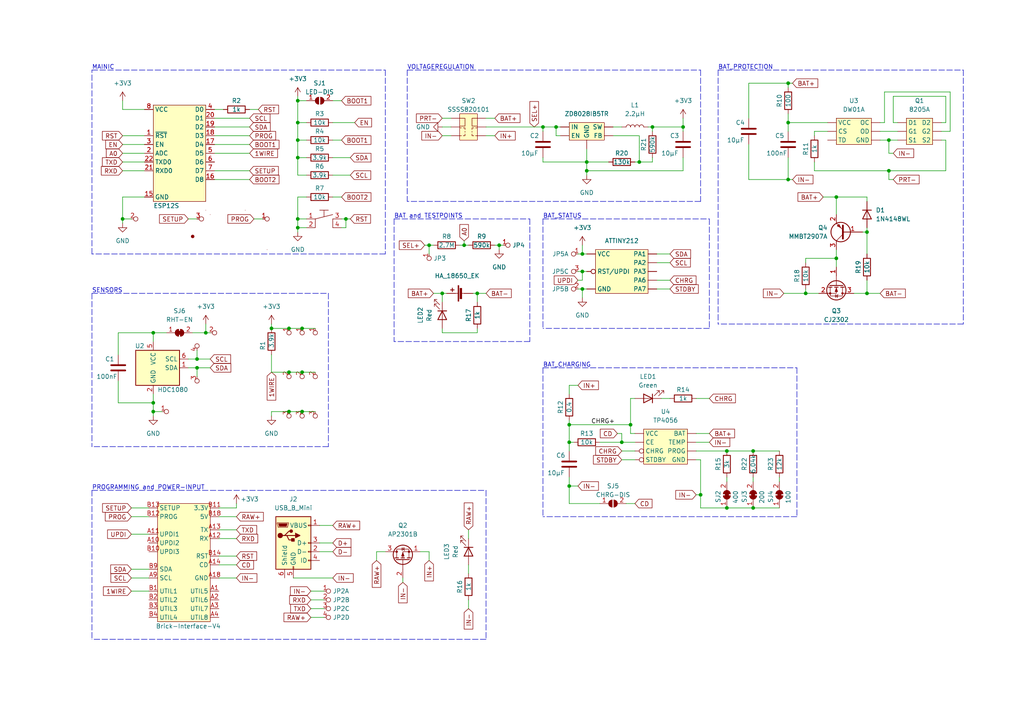
<source format=kicad_sch>
(kicad_sch (version 20211123) (generator eeschema)
  (paper "A4")
  (junction (at 165.1 128.27))
  (junction (at 87.63 119.38))
  (junction (at 168.91 73.66))
  (junction (at 161.29 36.83))
  (junction (at 100.33 63.5))
  (junction (at 83.82 119.38))
  (junction (at 86.36 45.72))
  (junction (at 86.36 63.5))
  (junction (at 86.36 66.04))
  (junction (at 198.12 36.83))
  (junction (at 242.57 57.15))
  (junction (at 57.15 104.14))
  (junction (at 168.91 83.82))
  (junction (at 228.6 35.56))
  (junction (at 228.6 52.07))
  (junction (at 134.62 71.12))
  (junction (at 59.69 96.52))
  (junction (at 138.43 85.09))
  (junction (at 86.36 29.21))
  (junction (at 44.45 116.84))
  (junction (at 86.36 40.64))
  (junction (at 35.56 63.5))
  (junction (at 87.63 95.25))
  (junction (at 86.36 35.56))
  (junction (at 257.81 49.53))
  (junction (at 165.1 123.19))
  (junction (at 157.48 36.83))
  (junction (at 228.6 24.13))
  (junction (at 170.18 49.53))
  (junction (at 210.82 130.81))
  (junction (at 210.82 147.32))
  (junction (at 251.46 85.09))
  (junction (at 189.23 36.83))
  (junction (at 128.27 85.09))
  (junction (at 233.68 85.09))
  (junction (at 44.45 96.52))
  (junction (at 78.74 95.25))
  (junction (at 168.91 78.74))
  (junction (at 242.57 74.93))
  (junction (at 218.44 130.81))
  (junction (at 57.15 106.68))
  (junction (at 170.18 46.99))
  (junction (at 44.45 119.38))
  (junction (at 144.78 71.12))
  (junction (at 165.1 140.97))
  (junction (at 251.46 67.31))
  (junction (at 203.2 143.51))
  (junction (at 218.44 147.32))
  (junction (at 87.63 107.95))
  (junction (at 83.82 95.25))
  (junction (at 257.81 40.64))
  (junction (at 180.34 128.27))
  (junction (at 124.46 71.12))
  (junction (at 185.42 46.99))
  (junction (at 83.82 107.95))
  (junction (at 182.88 123.19))
  (wire (pts (xy 170.18 49.53) (xy 198.12 49.53)))
  (wire (pts (xy 190.5 83.82) (xy 194.31 83.82)))
  (wire (pts (xy 87.63 119.38) (xy 91.44 119.38)))
  (wire (pts (xy 180.34 130.81) (xy 184.15 130.81)))
  (wire (pts (xy 35.56 63.5) (xy 38.1 63.5)))
  (polyline (pts (xy 157.48 63.5) (xy 205.74 63.5)))
  (wire (pts (xy 35.56 64.77) (xy 35.56 63.5)))
  (wire (pts (xy 85.09 167.64) (xy 96.52 167.64)))
  (wire (pts (xy 90.17 171.45) (xy 93.98 171.45)))
  (wire (pts (xy 233.68 85.09) (xy 237.49 85.09)))
  (wire (pts (xy 182.88 125.73) (xy 182.88 123.19)))
  (wire (pts (xy 168.91 71.12) (xy 168.91 73.66)))
  (wire (pts (xy 63.5 149.86) (xy 68.58 149.86)))
  (wire (pts (xy 62.23 31.75) (xy 64.77 31.75)))
  (wire (pts (xy 189.23 36.83) (xy 189.23 38.1)))
  (wire (pts (xy 96.52 29.21) (xy 99.06 29.21)))
  (wire (pts (xy 35.56 39.37) (xy 41.91 39.37)))
  (polyline (pts (xy 157.48 63.5) (xy 157.48 95.25)))
  (wire (pts (xy 157.48 36.83) (xy 157.48 38.1)))
  (wire (pts (xy 184.15 46.99) (xy 185.42 46.99)))
  (wire (pts (xy 99.06 66.04) (xy 100.33 66.04)))
  (wire (pts (xy 256.54 26.67) (xy 275.59 26.67)))
  (wire (pts (xy 218.44 130.81) (xy 226.06 130.81)))
  (wire (pts (xy 170.18 43.18) (xy 170.18 46.99)))
  (polyline (pts (xy 111.76 73.66) (xy 26.67 73.66)))
  (wire (pts (xy 259.08 52.07) (xy 257.81 52.07)))
  (wire (pts (xy 86.36 29.21) (xy 88.9 29.21)))
  (wire (pts (xy 35.56 29.21) (xy 35.56 31.75)))
  (wire (pts (xy 44.45 120.65) (xy 44.45 119.38)))
  (wire (pts (xy 251.46 67.31) (xy 251.46 66.04)))
  (wire (pts (xy 63.5 156.21) (xy 68.58 156.21)))
  (wire (pts (xy 198.12 38.1) (xy 198.12 36.83)))
  (wire (pts (xy 78.74 102.87) (xy 78.74 107.95)))
  (wire (pts (xy 44.45 116.84) (xy 34.29 116.84)))
  (wire (pts (xy 157.48 46.99) (xy 170.18 46.99)))
  (wire (pts (xy 83.82 119.38) (xy 78.74 119.38)))
  (wire (pts (xy 86.36 35.56) (xy 86.36 29.21)))
  (wire (pts (xy 78.74 107.95) (xy 83.82 107.95)))
  (wire (pts (xy 88.9 35.56) (xy 86.36 35.56)))
  (wire (pts (xy 125.73 85.09) (xy 128.27 85.09)))
  (wire (pts (xy 168.91 73.66) (xy 170.18 73.66)))
  (wire (pts (xy 218.44 147.32) (xy 226.06 147.32)))
  (wire (pts (xy 35.56 49.53) (xy 41.91 49.53)))
  (polyline (pts (xy 157.48 106.68) (xy 231.14 106.68)))
  (wire (pts (xy 72.39 31.75) (xy 74.93 31.75)))
  (wire (pts (xy 124.46 160.02) (xy 124.46 162.56)))
  (wire (pts (xy 203.2 147.32) (xy 210.82 147.32)))
  (wire (pts (xy 88.9 40.64) (xy 86.36 40.64)))
  (wire (pts (xy 121.92 160.02) (xy 124.46 160.02)))
  (wire (pts (xy 165.1 146.05) (xy 165.1 140.97)))
  (wire (pts (xy 217.17 52.07) (xy 228.6 52.07)))
  (wire (pts (xy 88.9 50.8) (xy 86.36 50.8)))
  (wire (pts (xy 78.74 119.38) (xy 78.74 120.65)))
  (wire (pts (xy 34.29 110.49) (xy 34.29 116.84)))
  (wire (pts (xy 227.33 85.09) (xy 233.68 85.09)))
  (wire (pts (xy 62.23 52.07) (xy 72.39 52.07)))
  (wire (pts (xy 161.29 36.83) (xy 162.56 36.83)))
  (wire (pts (xy 236.22 38.1) (xy 236.22 39.37)))
  (wire (pts (xy 57.15 101.6) (xy 57.15 104.14)))
  (wire (pts (xy 35.56 63.5) (xy 35.56 57.15)))
  (wire (pts (xy 92.71 157.48) (xy 96.52 157.48)))
  (wire (pts (xy 96.52 35.56) (xy 102.87 35.56)))
  (wire (pts (xy 201.93 133.35) (xy 203.2 133.35)))
  (wire (pts (xy 100.33 63.5) (xy 101.6 63.5)))
  (wire (pts (xy 78.74 93.98) (xy 78.74 95.25)))
  (wire (pts (xy 165.1 138.43) (xy 165.1 140.97)))
  (wire (pts (xy 255.27 40.64) (xy 257.81 40.64)))
  (wire (pts (xy 90.17 173.99) (xy 93.98 173.99)))
  (wire (pts (xy 190.5 81.28) (xy 194.31 81.28)))
  (wire (pts (xy 203.2 143.51) (xy 203.2 147.32)))
  (wire (pts (xy 251.46 81.28) (xy 251.46 85.09)))
  (polyline (pts (xy 203.2 58.42) (xy 118.11 58.42)))
  (wire (pts (xy 170.18 49.53) (xy 170.18 50.8)))
  (wire (pts (xy 92.71 152.4) (xy 96.52 152.4)))
  (wire (pts (xy 63.5 163.83) (xy 68.58 163.83)))
  (wire (pts (xy 123.19 71.12) (xy 124.46 71.12)))
  (wire (pts (xy 44.45 96.52) (xy 48.26 96.52)))
  (wire (pts (xy 63.5 167.64) (xy 68.58 167.64)))
  (wire (pts (xy 233.68 74.93) (xy 242.57 74.93)))
  (polyline (pts (xy 208.28 20.32) (xy 208.28 93.98)))
  (wire (pts (xy 86.36 57.15) (xy 86.36 63.5)))
  (wire (pts (xy 41.91 31.75) (xy 35.56 31.75)))
  (wire (pts (xy 201.93 130.81) (xy 210.82 130.81)))
  (wire (pts (xy 59.69 96.52) (xy 60.96 96.52)))
  (wire (pts (xy 44.45 96.52) (xy 34.29 96.52)))
  (wire (pts (xy 87.63 95.25) (xy 91.44 95.25)))
  (polyline (pts (xy 208.28 20.32) (xy 279.4 20.32)))
  (wire (pts (xy 138.43 85.09) (xy 140.97 85.09)))
  (wire (pts (xy 134.62 71.12) (xy 135.89 71.12)))
  (wire (pts (xy 255.27 35.56) (xy 256.54 35.56)))
  (wire (pts (xy 96.52 57.15) (xy 99.06 57.15)))
  (polyline (pts (xy 95.25 85.09) (xy 95.25 129.54)))
  (wire (pts (xy 185.42 46.99) (xy 189.23 46.99)))
  (wire (pts (xy 62.23 49.53) (xy 72.39 49.53)))
  (wire (pts (xy 86.36 50.8) (xy 86.36 45.72)))
  (wire (pts (xy 62.23 41.91) (xy 72.39 41.91)))
  (polyline (pts (xy 111.76 20.32) (xy 111.76 73.66)))
  (wire (pts (xy 35.56 46.99) (xy 41.91 46.99)))
  (wire (pts (xy 180.34 125.73) (xy 180.34 128.27)))
  (wire (pts (xy 116.84 167.64) (xy 116.84 168.91)))
  (wire (pts (xy 184.15 115.57) (xy 182.88 115.57)))
  (wire (pts (xy 179.07 125.73) (xy 180.34 125.73)))
  (wire (pts (xy 86.36 40.64) (xy 86.36 35.56)))
  (wire (pts (xy 90.17 179.07) (xy 93.98 179.07)))
  (wire (pts (xy 251.46 58.42) (xy 251.46 57.15)))
  (wire (pts (xy 35.56 44.45) (xy 41.91 44.45)))
  (polyline (pts (xy 26.67 20.32) (xy 111.76 20.32)))
  (wire (pts (xy 167.64 78.74) (xy 168.91 78.74)))
  (wire (pts (xy 140.97 36.83) (xy 157.48 36.83)))
  (wire (pts (xy 165.1 123.19) (xy 165.1 128.27)))
  (wire (pts (xy 233.68 83.82) (xy 233.68 85.09)))
  (wire (pts (xy 189.23 45.72) (xy 189.23 46.99)))
  (wire (pts (xy 144.78 71.12) (xy 144.78 72.39)))
  (wire (pts (xy 191.77 115.57) (xy 194.31 115.57)))
  (wire (pts (xy 182.88 115.57) (xy 182.88 123.19)))
  (wire (pts (xy 83.82 119.38) (xy 87.63 119.38)))
  (wire (pts (xy 226.06 138.43) (xy 226.06 139.7)))
  (polyline (pts (xy 26.67 85.09) (xy 26.67 129.54)))
  (wire (pts (xy 168.91 86.36) (xy 168.91 83.82)))
  (wire (pts (xy 229.87 24.13) (xy 228.6 24.13)))
  (wire (pts (xy 273.05 38.1) (xy 275.59 38.1)))
  (wire (pts (xy 54.61 63.5) (xy 57.15 63.5)))
  (wire (pts (xy 255.27 38.1) (xy 260.35 38.1)))
  (wire (pts (xy 62.23 39.37) (xy 72.39 39.37)))
  (wire (pts (xy 54.61 106.68) (xy 57.15 106.68)))
  (wire (pts (xy 62.23 44.45) (xy 72.39 44.45)))
  (wire (pts (xy 260.35 35.56) (xy 259.08 35.56)))
  (wire (pts (xy 38.1 167.64) (xy 43.18 167.64)))
  (wire (pts (xy 177.8 39.37) (xy 185.42 39.37)))
  (wire (pts (xy 128.27 34.29) (xy 130.81 34.29)))
  (wire (pts (xy 128.27 36.83) (xy 130.81 36.83)))
  (wire (pts (xy 162.56 39.37) (xy 161.29 39.37)))
  (wire (pts (xy 62.23 34.29) (xy 72.39 34.29)))
  (wire (pts (xy 38.1 154.94) (xy 43.18 154.94)))
  (wire (pts (xy 90.17 176.53) (xy 93.98 176.53)))
  (wire (pts (xy 86.36 63.5) (xy 88.9 63.5)))
  (wire (pts (xy 210.82 138.43) (xy 210.82 139.7)))
  (wire (pts (xy 238.76 57.15) (xy 242.57 57.15)))
  (wire (pts (xy 143.51 71.12) (xy 144.78 71.12)))
  (polyline (pts (xy 231.14 149.86) (xy 157.48 149.86)))
  (wire (pts (xy 242.57 57.15) (xy 251.46 57.15)))
  (wire (pts (xy 137.16 85.09) (xy 138.43 85.09)))
  (polyline (pts (xy 118.11 20.32) (xy 203.2 20.32)))
  (polyline (pts (xy 26.67 85.09) (xy 95.25 85.09)))
  (wire (pts (xy 86.36 66.04) (xy 88.9 66.04)))
  (wire (pts (xy 233.68 76.2) (xy 233.68 74.93)))
  (wire (pts (xy 165.1 121.92) (xy 165.1 123.19)))
  (wire (pts (xy 218.44 138.43) (xy 218.44 139.7)))
  (wire (pts (xy 259.08 27.94) (xy 274.32 27.94)))
  (wire (pts (xy 109.22 160.02) (xy 109.22 162.56)))
  (wire (pts (xy 203.2 133.35) (xy 203.2 143.51)))
  (wire (pts (xy 228.6 52.07) (xy 229.87 52.07)))
  (wire (pts (xy 274.32 49.53) (xy 257.81 49.53)))
  (wire (pts (xy 44.45 119.38) (xy 44.45 116.84)))
  (wire (pts (xy 88.9 45.72) (xy 86.36 45.72)))
  (polyline (pts (xy 153.67 63.5) (xy 153.67 99.06)))
  (wire (pts (xy 274.32 40.64) (xy 274.32 49.53)))
  (wire (pts (xy 57.15 104.14) (xy 60.96 104.14)))
  (wire (pts (xy 44.45 114.3) (xy 44.45 116.84)))
  (wire (pts (xy 96.52 45.72) (xy 101.6 45.72)))
  (wire (pts (xy 189.23 36.83) (xy 198.12 36.83)))
  (wire (pts (xy 198.12 34.29) (xy 198.12 36.83)))
  (wire (pts (xy 259.08 35.56) (xy 259.08 27.94)))
  (wire (pts (xy 182.88 123.19) (xy 165.1 123.19)))
  (wire (pts (xy 168.91 78.74) (xy 170.18 78.74)))
  (wire (pts (xy 128.27 39.37) (xy 130.81 39.37)))
  (wire (pts (xy 242.57 74.93) (xy 242.57 77.47)))
  (wire (pts (xy 201.93 125.73) (xy 205.74 125.73)))
  (wire (pts (xy 201.93 143.51) (xy 203.2 143.51)))
  (wire (pts (xy 166.37 128.27) (xy 165.1 128.27)))
  (wire (pts (xy 168.91 83.82) (xy 170.18 83.82)))
  (wire (pts (xy 190.5 76.2) (xy 194.31 76.2)))
  (wire (pts (xy 63.5 153.67) (xy 68.58 153.67)))
  (polyline (pts (xy 205.74 63.5) (xy 205.74 95.25)))
  (wire (pts (xy 217.17 34.29) (xy 217.17 24.13)))
  (wire (pts (xy 201.93 128.27) (xy 205.74 128.27)))
  (wire (pts (xy 34.29 96.52) (xy 34.29 102.87)))
  (polyline (pts (xy 157.48 106.68) (xy 157.48 149.86)))
  (wire (pts (xy 257.81 40.64) (xy 257.81 44.45)))
  (wire (pts (xy 96.52 50.8) (xy 101.6 50.8)))
  (wire (pts (xy 44.45 99.06) (xy 44.45 96.52)))
  (wire (pts (xy 228.6 45.72) (xy 228.6 52.07)))
  (wire (pts (xy 240.03 38.1) (xy 236.22 38.1)))
  (wire (pts (xy 140.97 34.29) (xy 143.51 34.29)))
  (wire (pts (xy 165.1 140.97) (xy 167.64 140.97)))
  (wire (pts (xy 88.9 57.15) (xy 86.36 57.15)))
  (wire (pts (xy 240.03 35.56) (xy 228.6 35.56)))
  (wire (pts (xy 83.82 107.95) (xy 87.63 107.95)))
  (wire (pts (xy 181.61 146.05) (xy 184.15 146.05)))
  (wire (pts (xy 275.59 38.1) (xy 275.59 26.67)))
  (wire (pts (xy 228.6 35.56) (xy 228.6 38.1)))
  (wire (pts (xy 138.43 96.52) (xy 128.27 96.52)))
  (wire (pts (xy 62.23 36.83) (xy 72.39 36.83)))
  (wire (pts (xy 242.57 57.15) (xy 242.57 62.23)))
  (polyline (pts (xy 205.74 95.25) (xy 157.48 95.25)))
  (wire (pts (xy 87.63 107.95) (xy 91.44 107.95)))
  (wire (pts (xy 54.61 104.14) (xy 57.15 104.14)))
  (wire (pts (xy 165.1 111.76) (xy 165.1 114.3)))
  (wire (pts (xy 86.36 29.21) (xy 86.36 27.94)))
  (wire (pts (xy 128.27 95.25) (xy 128.27 96.52)))
  (wire (pts (xy 44.45 119.38) (xy 46.99 119.38)))
  (wire (pts (xy 167.64 111.76) (xy 165.1 111.76)))
  (wire (pts (xy 100.33 63.5) (xy 100.33 66.04)))
  (wire (pts (xy 161.29 36.83) (xy 161.29 39.37)))
  (wire (pts (xy 68.58 146.05) (xy 68.58 147.32)))
  (wire (pts (xy 92.71 160.02) (xy 96.52 160.02)))
  (polyline (pts (xy 153.67 99.06) (xy 114.3 99.06)))
  (wire (pts (xy 57.15 106.68) (xy 60.96 106.68)))
  (wire (pts (xy 177.8 36.83) (xy 180.34 36.83)))
  (wire (pts (xy 165.1 128.27) (xy 165.1 130.81)))
  (wire (pts (xy 217.17 24.13) (xy 228.6 24.13)))
  (wire (pts (xy 157.48 36.83) (xy 161.29 36.83)))
  (wire (pts (xy 184.15 125.73) (xy 182.88 125.73)))
  (polyline (pts (xy 114.3 63.5) (xy 153.67 63.5)))
  (wire (pts (xy 128.27 85.09) (xy 129.54 85.09)))
  (wire (pts (xy 144.78 71.12) (xy 146.05 71.12)))
  (wire (pts (xy 210.82 130.81) (xy 218.44 130.81)))
  (wire (pts (xy 180.34 133.35) (xy 184.15 133.35)))
  (wire (pts (xy 135.89 163.83) (xy 135.89 166.37)))
  (wire (pts (xy 35.56 41.91) (xy 41.91 41.91)))
  (wire (pts (xy 236.22 46.99) (xy 236.22 49.53)))
  (wire (pts (xy 99.06 63.5) (xy 100.33 63.5)))
  (wire (pts (xy 124.46 71.12) (xy 124.46 73.66)))
  (wire (pts (xy 63.5 161.29) (xy 68.58 161.29)))
  (polyline (pts (xy 279.4 93.98) (xy 208.28 93.98)))
  (wire (pts (xy 257.81 40.64) (xy 260.35 40.64)))
  (wire (pts (xy 170.18 46.99) (xy 170.18 49.53)))
  (wire (pts (xy 86.36 45.72) (xy 86.36 40.64)))
  (wire (pts (xy 242.57 72.39) (xy 242.57 74.93)))
  (wire (pts (xy 38.1 171.45) (xy 43.18 171.45)))
  (wire (pts (xy 38.1 149.86) (xy 43.18 149.86)))
  (wire (pts (xy 251.46 85.09) (xy 255.27 85.09)))
  (wire (pts (xy 273.05 40.64) (xy 274.32 40.64)))
  (wire (pts (xy 38.1 147.32) (xy 43.18 147.32)))
  (wire (pts (xy 198.12 45.72) (xy 198.12 49.53)))
  (wire (pts (xy 86.36 63.5) (xy 86.36 66.04)))
  (wire (pts (xy 187.96 36.83) (xy 189.23 36.83)))
  (wire (pts (xy 228.6 35.56) (xy 228.6 33.02)))
  (wire (pts (xy 86.36 66.04) (xy 86.36 67.31)))
  (polyline (pts (xy 26.67 73.66) (xy 26.67 20.32)))
  (wire (pts (xy 38.1 165.1) (xy 43.18 165.1)))
  (wire (pts (xy 63.5 147.32) (xy 68.58 147.32)))
  (polyline (pts (xy 118.11 20.32) (xy 118.11 58.42)))
  (wire (pts (xy 59.69 93.98) (xy 59.69 96.52)))
  (wire (pts (xy 78.74 95.25) (xy 83.82 95.25)))
  (polyline (pts (xy 114.3 63.5) (xy 114.3 99.06)))
  (wire (pts (xy 256.54 26.67) (xy 256.54 35.56)))
  (wire (pts (xy 138.43 85.09) (xy 138.43 87.63)))
  (wire (pts (xy 134.62 69.85) (xy 134.62 71.12)))
  (wire (pts (xy 167.64 73.66) (xy 168.91 73.66)))
  (wire (pts (xy 57.15 106.68) (xy 57.15 109.22)))
  (polyline (pts (xy 140.97 142.24) (xy 140.97 185.42)))
  (wire (pts (xy 257.81 49.53) (xy 236.22 49.53)))
  (polyline (pts (xy 26.67 142.24) (xy 140.97 142.24)))
  (wire (pts (xy 83.82 95.25) (xy 87.63 95.25)))
  (wire (pts (xy 217.17 41.91) (xy 217.17 52.07)))
  (wire (pts (xy 173.99 128.27) (xy 180.34 128.27)))
  (wire (pts (xy 185.42 39.37) (xy 185.42 46.99)))
  (wire (pts (xy 274.32 27.94) (xy 274.32 35.56)))
  (wire (pts (xy 201.93 115.57) (xy 205.74 115.57)))
  (wire (pts (xy 157.48 45.72) (xy 157.48 46.99)))
  (wire (pts (xy 228.6 24.13) (xy 228.6 25.4)))
  (polyline (pts (xy 231.14 106.68) (xy 231.14 149.86)))
  (wire (pts (xy 251.46 67.31) (xy 251.46 73.66)))
  (wire (pts (xy 96.52 40.64) (xy 99.06 40.64)))
  (wire (pts (xy 135.89 153.67) (xy 135.89 156.21)))
  (wire (pts (xy 273.05 35.56) (xy 274.32 35.56)))
  (polyline (pts (xy 140.97 185.42) (xy 26.67 185.42)))
  (wire (pts (xy 35.56 57.15) (xy 41.91 57.15)))
  (wire (pts (xy 140.97 39.37) (xy 143.51 39.37)))
  (wire (pts (xy 133.35 71.12) (xy 134.62 71.12)))
  (wire (pts (xy 167.64 81.28) (xy 168.91 81.28)))
  (wire (pts (xy 250.19 67.31) (xy 251.46 67.31)))
  (polyline (pts (xy 95.25 129.54) (xy 26.67 129.54)))
  (polyline (pts (xy 203.2 20.32) (xy 203.2 58.42)))
  (wire (pts (xy 124.46 71.12) (xy 125.73 71.12)))
  (wire (pts (xy 128.27 85.09) (xy 128.27 87.63)))
  (wire (pts (xy 190.5 73.66) (xy 194.31 73.66)))
  (wire (pts (xy 165.1 146.05) (xy 173.99 146.05)))
  (wire (pts (xy 257.81 49.53) (xy 257.81 52.07)))
  (wire (pts (xy 109.22 160.02) (xy 111.76 160.02)))
  (wire (pts (xy 259.08 44.45) (xy 257.81 44.45)))
  (polyline (pts (xy 26.67 142.24) (xy 26.67 185.42)))
  (wire (pts (xy 180.34 128.27) (xy 184.15 128.27)))
  (wire (pts (xy 210.82 147.32) (xy 218.44 147.32)))
  (wire (pts (xy 135.89 173.99) (xy 135.89 176.53)))
  (wire (pts (xy 73.66 63.5) (xy 76.2 63.5)))
  (wire (pts (xy 247.65 85.09) (xy 251.46 85.09)))
  (wire (pts (xy 168.91 78.74) (xy 168.91 81.28)))
  (wire (pts (xy 170.18 46.99) (xy 176.53 46.99)))
  (wire (pts (xy 59.69 96.52) (xy 55.88 96.52)))
  (wire (pts (xy 167.64 83.82) (xy 168.91 83.82)))
  (wire (pts (xy 138.43 95.25) (xy 138.43 96.52)))
  (polyline (pts (xy 279.4 20.32) (xy 279.4 93.98)))
  (text "BAT_STATUS" (at 157.48 63.5 0) (effects (font (size 1.27 1.27)) (justify left bottom)))
  (text "MAINIC" (at 26.67 20.32 0) (effects (font (size 1.27 1.27)) (justify left bottom)))
  (text "BAT_CHARGING" (at 157.48 106.68 0) (effects (font (size 1.27 1.27)) (justify left bottom)))
  (text "BAT and TESTPOINTS" (at 114.3 63.5 0) (effects (font (size 1.27 1.27)) (justify left bottom)))
  (text "SENSORS" (at 26.67 85.09 0) (effects (font (size 1.27 1.27)) (justify left bottom)))
  (text "VOLTAGEREGULATION" (at 118.11 20.32 0) (effects (font (size 1.27 1.27)) (justify left bottom)))
  (text "BAT_PROTECTION" (at 208.28 20.32 0) (effects (font (size 1.27 1.27)) (justify left bottom)))
  (text "PROGRAMMING and POWER-INPUT" (at 26.67 142.24 0) (effects (font (size 1.27 1.27)) (justify left bottom)))
  (label "CHRG+" (at 171.45 123.19 0))
  (global_label "RAW+" (shape input) (at 109.22 162.56 270) (property "Referenzen zwischen Schaltplänen" "${INTERSHEET_REFS}" (effects hide)))
  (global_label "PROG" (shape input) (at 72.39 39.37 0) (property "Referenzen zwischen Schaltplänen" "${INTERSHEET_REFS}" (effects hide)))
  (global_label "SETUP" (shape input) (at 54.61 63.5 180) (property "Referenzen zwischen Schaltplänen" "${INTERSHEET_REFS}" (effects hide)))
  (global_label "SCL" (shape input) (at 60.96 104.14 0) (property "Referenzen zwischen Schaltplänen" "${INTERSHEET_REFS}" (effects hide)))
  (global_label "CD" (shape input) (at 184.15 146.05 0) (property "Referenzen zwischen Schaltplänen" "${INTERSHEET_REFS}" (effects hide)))
  (global_label "SETUP" (shape input) (at 72.39 49.53 0) (property "Referenzen zwischen Schaltplänen" "${INTERSHEET_REFS}" (effects hide)))
  (global_label "CHRG" (shape input) (at 180.34 130.81 180) (property "Referenzen zwischen Schaltplänen" "${INTERSHEET_REFS}" (effects hide)))
  (global_label "SDA" (shape input) (at 101.6 45.72 0) (property "Referenzen zwischen Schaltplänen" "${INTERSHEET_REFS}" (effects hide)))
  (global_label "PRT-" (shape input) (at 128.27 34.29 180) (property "Referenzen zwischen Schaltplänen" "${INTERSHEET_REFS}" (effects hide)))
  (global_label "D-" (shape input) (at 96.52 160.02 0) (property "Referenzen zwischen Schaltplänen" "${INTERSHEET_REFS}" (effects hide)))
  (global_label "STDBY" (shape input) (at 180.34 133.35 180) (property "Referenzen zwischen Schaltplänen" "${INTERSHEET_REFS}" (effects hide)))
  (global_label "IN-" (shape input) (at 227.33 85.09 180) (property "Referenzen zwischen Schaltplänen" "${INTERSHEET_REFS}" (effects hide)))
  (global_label "IN-" (shape input) (at 135.89 176.53 270) (property "Referenzen zwischen Schaltplänen" "${INTERSHEET_REFS}" (effects hide)))
  (global_label "1WIRE" (shape input) (at 78.74 107.95 270) (property "Referenzen zwischen Schaltplänen" "${INTERSHEET_REFS}" (effects hide)))
  (global_label "RST" (shape input) (at 35.56 39.37 180) (property "Referenzen zwischen Schaltplänen" "${INTERSHEET_REFS}" (effects hide)))
  (global_label "BAT+" (shape input) (at 143.51 34.29 0) (property "Referenzen zwischen Schaltplänen" "${INTERSHEET_REFS}" (effects hide)))
  (global_label "SCL" (shape input) (at 101.6 50.8 0) (property "Referenzen zwischen Schaltplänen" "${INTERSHEET_REFS}" (effects hide)))
  (global_label "SCL" (shape input) (at 72.39 34.29 0) (property "Referenzen zwischen Schaltplänen" "${INTERSHEET_REFS}" (effects hide)))
  (global_label "SDA" (shape input) (at 60.96 106.68 0) (property "Referenzen zwischen Schaltplänen" "${INTERSHEET_REFS}" (effects hide)))
  (global_label "CD" (shape input) (at 68.58 163.83 0) (property "Referenzen zwischen Schaltplänen" "${INTERSHEET_REFS}" (effects hide)))
  (global_label "1WIRE" (shape input) (at 38.1 171.45 180) (property "Referenzen zwischen Schaltplänen" "${INTERSHEET_REFS}" (effects hide)))
  (global_label "BOOT1" (shape input) (at 99.06 29.21 0) (property "Referenzen zwischen Schaltplänen" "${INTERSHEET_REFS}" (effects hide)))
  (global_label "RST" (shape input) (at 74.93 31.75 0) (property "Referenzen zwischen Schaltplänen" "${INTERSHEET_REFS}" (effects hide)))
  (global_label "1WIRE" (shape input) (at 72.39 44.45 0) (property "Referenzen zwischen Schaltplänen" "${INTERSHEET_REFS}" (effects hide)))
  (global_label "SDA" (shape input) (at 194.31 73.66 0) (property "Referenzen zwischen Schaltplänen" "${INTERSHEET_REFS}" (effects hide)))
  (global_label "BAT+" (shape input) (at 125.73 85.09 180) (property "Referenzen zwischen Schaltplänen" "${INTERSHEET_REFS}" (effects hide)))
  (global_label "D+" (shape input) (at 96.52 157.48 0) (property "Referenzen zwischen Schaltplänen" "${INTERSHEET_REFS}" (effects hide)))
  (global_label "IN+" (shape input) (at 167.64 111.76 0) (property "Referenzen zwischen Schaltplänen" "${INTERSHEET_REFS}" (effects hide)))
  (global_label "IN-" (shape input) (at 116.84 168.91 270) (property "Referenzen zwischen Schaltplänen" "${INTERSHEET_REFS}" (effects hide)))
  (global_label "EN" (shape input) (at 102.87 35.56 0) (property "Referenzen zwischen Schaltplänen" "${INTERSHEET_REFS}" (effects hide)))
  (global_label "RST" (shape input) (at 101.6 63.5 0) (property "Referenzen zwischen Schaltplänen" "${INTERSHEET_REFS}" (effects hide)))
  (global_label "IN-" (shape input) (at 96.52 167.64 0) (property "Referenzen zwischen Schaltplänen" "${INTERSHEET_REFS}" (effects hide)))
  (global_label "A0" (shape input) (at 134.62 69.85 90) (property "Referenzen zwischen Schaltplänen" "${INTERSHEET_REFS}" (effects hide)))
  (global_label "TXD" (shape input) (at 35.56 46.99 180) (property "Referenzen zwischen Schaltplänen" "${INTERSHEET_REFS}" (effects hide)))
  (global_label "PROG" (shape input) (at 38.1 149.86 180) (property "Referenzen zwischen Schaltplänen" "${INTERSHEET_REFS}" (effects hide)))
  (global_label "BOOT2" (shape input) (at 72.39 52.07 0) (property "Referenzen zwischen Schaltplänen" "${INTERSHEET_REFS}" (effects hide)))
  (global_label "BOOT1" (shape input) (at 99.06 40.64 0) (property "Referenzen zwischen Schaltplänen" "${INTERSHEET_REFS}" (effects hide)))
  (global_label "IN-" (shape input) (at 201.93 143.51 180) (property "Referenzen zwischen Schaltplänen" "${INTERSHEET_REFS}" (effects hide)))
  (global_label "SEL+" (shape input) (at 154.94 36.83 90) (property "Referenzen zwischen Schaltplänen" "${INTERSHEET_REFS}" (effects hide)))
  (global_label "RAW+" (shape input) (at 96.52 152.4 0) (property "Referenzen zwischen Schaltplänen" "${INTERSHEET_REFS}" (effects hide)))
  (global_label "TXD" (shape input) (at 68.58 153.67 0) (property "Referenzen zwischen Schaltplänen" "${INTERSHEET_REFS}" (effects hide)))
  (global_label "BAT+" (shape input) (at 238.76 57.15 180) (property "Referenzen zwischen Schaltplänen" "${INTERSHEET_REFS}" (effects hide)))
  (global_label "BAT-" (shape input) (at 255.27 85.09 0) (property "Referenzen zwischen Schaltplänen" "${INTERSHEET_REFS}" (effects hide)))
  (global_label "SEL+" (shape input) (at 123.19 71.12 180) (property "Referenzen zwischen Schaltplänen" "${INTERSHEET_REFS}" (effects hide)))
  (global_label "A0" (shape input) (at 35.56 44.45 180) (property "Referenzen zwischen Schaltplänen" "${INTERSHEET_REFS}" (effects hide)))
  (global_label "IN+" (shape input) (at 124.46 162.56 270) (property "Referenzen zwischen Schaltplänen" "${INTERSHEET_REFS}" (effects hide)))
  (global_label "IN+" (shape input) (at 143.51 39.37 0) (property "Referenzen zwischen Schaltplänen" "${INTERSHEET_REFS}" (effects hide)))
  (global_label "RAW+" (shape input) (at 135.89 153.67 90) (property "Referenzen zwischen Schaltplänen" "${INTERSHEET_REFS}" (effects hide)))
  (global_label "RXD" (shape input) (at 35.56 49.53 180) (property "Referenzen zwischen Schaltplänen" "${INTERSHEET_REFS}" (effects hide)))
  (global_label "IN-" (shape input) (at 68.58 167.64 0) (property "Referenzen zwischen Schaltplänen" "${INTERSHEET_REFS}" (effects hide)))
  (global_label "BAT+" (shape input) (at 229.87 24.13 0) (property "Referenzen zwischen Schaltplänen" "${INTERSHEET_REFS}" (effects hide)))
  (global_label "IN-" (shape input) (at 90.17 171.45 180) (property "Referenzen zwischen Schaltplänen" "${INTERSHEET_REFS}" (effects hide)))
  (global_label "RAW+" (shape input) (at 68.58 149.86 0) (property "Referenzen zwischen Schaltplänen" "${INTERSHEET_REFS}" (effects hide)))
  (global_label "IN-" (shape input) (at 229.87 52.07 0) (property "Referenzen zwischen Schaltplänen" "${INTERSHEET_REFS}" (effects hide)))
  (global_label "PROG" (shape input) (at 73.66 63.5 180) (property "Referenzen zwischen Schaltplänen" "${INTERSHEET_REFS}" (effects hide)))
  (global_label "RXD" (shape input) (at 68.58 156.21 0) (property "Referenzen zwischen Schaltplänen" "${INTERSHEET_REFS}" (effects hide)))
  (global_label "BAT-" (shape input) (at 140.97 85.09 0) (property "Referenzen zwischen Schaltplänen" "${INTERSHEET_REFS}" (effects hide)))
  (global_label "SETUP" (shape input) (at 38.1 147.32 180) (property "Referenzen zwischen Schaltplänen" "${INTERSHEET_REFS}" (effects hide)))
  (global_label "IN-" (shape input) (at 128.27 39.37 180) (property "Referenzen zwischen Schaltplänen" "${INTERSHEET_REFS}" (effects hide)))
  (global_label "IN-" (shape input) (at 205.74 128.27 0) (property "Referenzen zwischen Schaltplänen" "${INTERSHEET_REFS}" (effects hide)))
  (global_label "UPDI" (shape input) (at 38.1 154.94 180) (property "Referenzen zwischen Schaltplänen" "${INTERSHEET_REFS}" (effects hide)))
  (global_label "CHRG" (shape input) (at 205.74 115.57 0) (property "Referenzen zwischen Schaltplänen" "${INTERSHEET_REFS}" (effects hide)))
  (global_label "CHRG" (shape input) (at 194.31 81.28 0) (property "Referenzen zwischen Schaltplänen" "${INTERSHEET_REFS}" (effects hide)))
  (global_label "EN" (shape input) (at 35.56 41.91 180) (property "Referenzen zwischen Schaltplänen" "${INTERSHEET_REFS}" (effects hide)))
  (global_label "CD" (shape input) (at 179.07 125.73 180) (property "Referenzen zwischen Schaltplänen" "${INTERSHEET_REFS}" (effects hide)))
  (global_label "SDA" (shape input) (at 38.1 165.1 180) (property "Referenzen zwischen Schaltplänen" "${INTERSHEET_REFS}" (effects hide)))
  (global_label "BOOT1" (shape input) (at 72.39 41.91 0) (property "Referenzen zwischen Schaltplänen" "${INTERSHEET_REFS}" (effects hide)))
  (global_label "PRT-" (shape input) (at 259.08 52.07 0) (property "Referenzen zwischen Schaltplänen" "${INTERSHEET_REFS}" (effects hide)))
  (global_label "RST" (shape input) (at 68.58 161.29 0) (property "Referenzen zwischen Schaltplänen" "${INTERSHEET_REFS}" (effects hide)))
  (global_label "RAW+" (shape input) (at 90.17 179.07 180) (property "Referenzen zwischen Schaltplänen" "${INTERSHEET_REFS}" (effects hide)))
  (global_label "UPDI" (shape input) (at 167.64 81.28 180) (property "Referenzen zwischen Schaltplänen" "${INTERSHEET_REFS}" (effects hide)))
  (global_label "SCL" (shape input) (at 194.31 76.2 0) (property "Referenzen zwischen Schaltplänen" "${INTERSHEET_REFS}" (effects hide)))
  (global_label "IN-" (shape input) (at 167.64 140.97 0) (property "Referenzen zwischen Schaltplänen" "${INTERSHEET_REFS}" (effects hide)))
  (global_label "IN-" (shape input) (at 259.08 44.45 0) (property "Referenzen zwischen Schaltplänen" "${INTERSHEET_REFS}" (effects hide)))
  (global_label "RXD" (shape input) (at 90.17 173.99 180) (property "Referenzen zwischen Schaltplänen" "${INTERSHEET_REFS}" (effects hide)))
  (global_label "BAT+" (shape input) (at 205.74 125.73 0) (property "Referenzen zwischen Schaltplänen" "${INTERSHEET_REFS}" (effects hide)))
  (global_label "TXD" (shape input) (at 90.17 176.53 180) (property "Referenzen zwischen Schaltplänen" "${INTERSHEET_REFS}" (effects hide)))
  (global_label "STDBY" (shape input) (at 194.31 83.82 0) (property "Referenzen zwischen Schaltplänen" "${INTERSHEET_REFS}" (effects hide)))
  (global_label "SDA" (shape input) (at 72.39 36.83 0) (property "Referenzen zwischen Schaltplänen" "${INTERSHEET_REFS}" (effects hide)))
  (global_label "BOOT2" (shape input) (at 99.06 57.15 0) (property "Referenzen zwischen Schaltplänen" "${INTERSHEET_REFS}" (effects hide)))
  (global_label "SCL" (shape input) (at 38.1 167.64 180) (property "Referenzen zwischen Schaltplänen" "${INTERSHEET_REFS}" (effects hide)))
  (symbol (lib_id "Device:R") (at 165.1 118.11 180) (unit 1)
    (property "Reference" "R12" (at 162.56 118.11 90))
    (property "Value" "0.4" (at 165.1 118.11 90))
    (property "Footprint" "Resistor_SMD:R_0805_2012Metric" (effects hide))
  )
  (symbol (lib_id "Jumper:SolderJumper_2_Bridged") (at 218.44 143.51 90) (unit 1)
    (property "Reference" "SJ3" (at 215.9 142.24 0) (effects (justify right)))
    (property "Value" "200" (at 220.98 142.24 0) (effects (justify right)))
    (property "Footprint" "Jumper:SolderJumper-2_P1.3mm_Bridged_RoundedPad1.0x1.5mm" (effects hide))
    (property "Reference" "SJ3" (effects hide))
    (property "Value" "200" (effects hide))
  )
  (symbol (lib_id "no_pinhd:PINHD_1X01") (at 124.46 74.93 270) (unit 1)
    (property "Reference" "JP3" (at 125.73 74.9299 90) (effects (justify left)))
    (property "Value" "PINHD_1X01" (effects hide))
    (property "Footprint" "no_pinhd:PINHD_1X01_2.54_1mm_Square" (effects hide))
    (property "Desc" "TPB+" (effects hide))
    (property "Reference" "JP3" (effects hide))
    (property "Value" "PINHD_1X01" (effects hide))
  )
  (symbol (lib_id "Device:R") (at 92.71 35.56 90) (unit 1)
    (property "Reference" "R3" (at 92.71 33.02 90))
    (property "Value" "10k" (at 92.71 35.56 90))
    (property "Footprint" "Resistor_SMD:R_0805_2012Metric" (effects hide))
  )
  (symbol (lib_id "Device:R") (at 78.74 99.06 0) (unit 1)
    (property "Reference" "R1" (at 76.2 101.6 90) (effects (justify left)))
    (property "Value" "3.9k" (at 78.74 100.965 90) (effects (justify left)))
    (property "Footprint" "Resistor_SMD:R_0805_2012Metric" (effects hide))
    (property "Reference" "R1" (effects hide))
    (property "Value" "3.9k" (effects hide))
  )
  (symbol (lib_id "Sensor_Humidity:HDC1080") (at 46.99 106.68 0) (unit 1)
    (property "Reference" "U2" (at 41.91 100.33 0) (effects (justify right)))
    (property "Value" "HDC1080" (at 54.61 113.03 0) (effects (justify right)))
    (property "Footprint" "Package_SON:Texas_PWSON-N6" (effects hide))
    (property "Datasheet" "http://www.ti.com/lit/ds/symlink/hdc1080.pdf" (effects hide))
  )
  (symbol (lib_id "power:+3V3") (at 35.56 29.21 0) (unit 1)
    (property "Reference" "#PWR04" (effects hide))
    (property "Value" "+3V3" (at 35.56 24.13 0))
  )
  (symbol (lib_id "Jumper:SolderJumper_2_Open") (at 92.71 29.21 0) (unit 1)
    (property "Reference" "SJ1" (at 92.71 24.13 0))
    (property "Value" "LED-DIS" (at 92.71 26.67 0))
    (property "Footprint" "Jumper:SolderJumper-2_P1.3mm_Open_RoundedPad1.0x1.5mm" (effects hide))
    (property "Reference" "SJ1" (effects hide))
    (property "Value" "LED-DIS" (effects hide))
  )
  (symbol (lib_id "power:GND") (at 168.91 86.36 0) (unit 1)
    (property "Reference" "#PWR09" (effects hide))
    (property "Value" "GND" (at 168.91 91.44 0))
  )
  (symbol (lib_id "no_pinhd:PINHD_1X04") (at 95.25 179.07 0) (unit 4)
    (property "Reference" "JP2" (at 96.52 179.0699 0) (effects (justify left)))
    (property "Value" "PINHD_1X04" (effects hide))
    (property "Footprint" "no_pinhd:PINHD_1X04_2.54_1mm_Round" (effects hide))
    (property "Desc" "UART" (effects hide))
    (property "Reference" "JP2" (effects hide))
    (property "Value" "PINHD_1X04" (effects hide))
  )
  (symbol (lib_id "Device:R") (at 92.71 45.72 90) (unit 1)
    (property "Reference" "R5" (at 92.71 43.18 90))
    (property "Value" "3.9k" (at 92.71 45.72 90))
    (property "Footprint" "Resistor_SMD:R_0805_2012Metric" (effects hide))
  )
  (symbol (lib_id "power:+3V3") (at 78.74 93.98 0) (unit 1)
    (property "Reference" "#PWR01" (effects hide))
    (property "Value" "+3V3" (at 78.74 88.9 0))
  )
  (symbol (lib_id "no_common:8205A") (at 266.7 38.1 0) (unit 1)
    (property "Reference" "Q1" (at 266.7 29.21 0))
    (property "Value" "8205A" (at 266.7 31.75 0))
    (property "Footprint" "no_common:TSSOP8_MS" (effects hide))
  )
  (symbol (lib_id "power:+3V3") (at 168.91 71.12 0) (unit 1)
    (property "Reference" "#PWR08" (effects hide))
    (property "Value" "+3V3" (at 168.91 66.04 0))
  )
  (symbol (lib_id "no_expressif:ESP12S") (at 52.07 44.45 0) (unit 1)
    (property "Reference" "IC1" (at 45.72 29.21 0))
    (property "Value" "ESP12S" (at 48.26 59.69 0))
    (property "Footprint" "no_expressif:ESP12S" (effects hide))
    (property "Reference" "IC1" (effects hide))
    (property "Value" "ESP12S" (effects hide))
  )
  (symbol (lib_id "power:GND") (at 44.45 120.65 0) (unit 1)
    (property "Reference" "#PWR0102" (effects hide))
    (property "Value" "GND" (at 44.45 125.73 0))
  )
  (symbol (lib_id "no_pinhd:PINHD_1X03") (at 87.63 120.65 270) (unit 3)
    (property "Reference" "JP8" (at 87.63 121.92 0) (effects (justify left)))
    (property "Value" "PINHD_1X03" (effects hide))
    (property "Footprint" "no_pinhd:PINHD_1X03_2.54_1mm_DS18B20" (effects hide))
    (property "Reference" "JP8" (effects hide))
    (property "Value" "PINHD_1X03" (effects hide))
    (property "Desc" "Temp2" (effects hide))
  )
  (symbol (lib_id "no_pinhd:PINHD_1X03") (at 87.63 109.22 270) (unit 2)
    (property "Reference" "JP8" (at 87.63 110.49 0) (effects (justify left)))
    (property "Value" "PINHD_1X03" (effects hide))
    (property "Footprint" "no_pinhd:PINHD_1X03_2.54_1mm_DS18B20" (effects hide))
    (property "Reference" "JP8" (effects hide))
    (property "Value" "PINHD_1X03" (effects hide))
    (property "Desc" "Temp2" (effects hide))
  )
  (symbol (lib_id "Jumper:SolderJumper_2_Bridged") (at 226.06 143.51 90) (unit 1)
    (property "Reference" "SJ4" (at 223.52 142.24 0) (effects (justify right)))
    (property "Value" "100" (at 228.6 142.24 0) (effects (justify right)))
    (property "Footprint" "Jumper:SolderJumper-2_P1.3mm_Bridged_RoundedPad1.0x1.5mm" (effects hide))
    (property "Reference" "SJ4" (effects hide))
    (property "Value" "100" (effects hide))
  )
  (symbol (lib_id "no_brick_interface:Brick-Interface-V4") (at 53.34 163.83 0) (unit 1)
    (property "Reference" "J1" (at 46.99 144.78 0))
    (property "Value" "Brick-Interface-V4" (at 54.61 181.61 0))
    (property "Footprint" "no_brick_interface:Brick_Interface_V4_inset" (effects hide))
    (property "Reference" "J1" (effects hide))
    (property "Value" "Brick-Interface-V4" (effects hide))
  )
  (symbol (lib_id "power:+3V3") (at 198.12 34.29 0) (unit 1)
    (property "Reference" "#PWR0105" (effects hide))
    (property "Value" "+3V3" (at 198.12 29.21 0))
  )
  (symbol (lib_id "Connector:USB_B_Mini") (at 85.09 157.48 0) (unit 1)
    (property "Reference" "J2" (at 85.09 144.78 0))
    (property "Value" "USB_B_Mini" (at 85.09 147.32 0))
    (property "Footprint" "Connector_USB:USB_Micro-B_Amphenol_10118194_Horizontal" (effects hide))
  )
  (symbol (lib_id "Device:R") (at 170.18 128.27 90) (unit 1)
    (property "Reference" "R13" (at 170.18 125.73 90))
    (property "Value" "10k" (at 170.18 128.27 90))
    (property "Footprint" "Resistor_SMD:R_0805_2012Metric" (effects hide))
  )
  (symbol (lib_id "power:GND") (at 170.18 50.8 0) (unit 1)
    (property "Reference" "#PWR0104" (effects hide))
    (property "Value" "GND" (at 170.18 55.88 0))
  )
  (symbol (lib_id "power:GND") (at 78.74 120.65 0) (unit 1)
    (property "Reference" "#PWR02" (effects hide))
    (property "Value" "GND" (at 78.74 125.73 0))
  )
  (symbol (lib_id "Device:R") (at 236.22 43.18 180) (unit 1)
    (property "Reference" "R11" (at 233.68 43.18 90))
    (property "Value" "1k" (at 236.22 43.18 90))
    (property "Footprint" "Resistor_SMD:R_0805_2012Metric" (effects hide))
  )
  (symbol (lib_id "no_common:HA_18650_EK") (at 134.62 85.09 90) (unit 1)
    (property "Reference" "BT1" (at 132.588 77.47 90))
    (property "Value" "HA_18650_EK" (at 132.588 80.01 90))
    (property "Footprint" "no_common:HA_18650_EK" (effects hide))
    (property "Reference" "BT1" (effects hide))
    (property "Value" "HA_18650_EK" (effects hide))
  )
  (symbol (lib_id "no_pinhd:PINHD_1X04") (at 57.15 110.49 270) (unit 3)
    (property "Reference" "JP6" (at 58.42 110.4899 90) (effects (justify left)))
    (property "Value" "PINHD_1X04" (effects hide))
    (property "Footprint" "no_pinhd:PINHD_1X04_2.54_1mm_Round" (effects hide))
    (property "Reference" "JP6" (effects hide))
    (property "Value" "PINHD_1X04" (effects hide))
    (property "Desc" "RHT-ALT" (effects hide))
  )
  (symbol (lib_id "no_pinhd:PINHD_1X03") (at 166.37 78.74 180) (unit 3)
    (property "Reference" "JP5" (at 162.56 78.74 0))
    (property "Value" "PINHD_1X03" (effects hide))
    (property "Footprint" "no_pinhd:PINHD_1X03_2.54_1mm_Round" (effects hide))
    (property "Desc" "UPDI1" (effects hide))
    (property "Reference" "JP5" (effects hide))
    (property "Value" "PINHD_1X03" (effects hide))
  )
  (symbol (lib_id "Device:C") (at 198.12 41.91 0) (unit 1)
    (property "Reference" "C3" (at 194.31 39.37 0) (effects (justify left)))
    (property "Value" "10µF" (at 191.77 44.45 0) (effects (justify left)))
    (property "Footprint" "Capacitor_SMD:C_0805_2012Metric" (effects hide))
    (property "Reference" "C3" (effects hide))
    (property "Value" "10µF" (effects hide))
  )
  (symbol (lib_id "Device:C") (at 165.1 134.62 0) (unit 1)
    (property "Reference" "C6" (at 161.29 132.08 0) (effects (justify left)))
    (property "Value" "10µF" (at 158.75 137.16 0) (effects (justify left)))
    (property "Footprint" "Capacitor_SMD:C_0805_2012Metric" (effects hide))
    (property "Reference" "C6" (effects hide))
    (property "Value" "10µF" (effects hide))
  )
  (symbol (lib_id "Device:R") (at 138.43 91.44 180) (unit 1)
    (property "Reference" "R17" (at 135.89 91.44 90))
    (property "Value" "1k" (at 138.43 91.44 90))
    (property "Footprint" "Resistor_SMD:R_0805_2012Metric" (effects hide))
  )
  (symbol (lib_id "power:GND") (at 144.78 72.39 0) (unit 1)
    (property "Reference" "#PWR03" (effects hide))
    (property "Value" "GND" (at 144.78 77.47 0))
  )
  (symbol (lib_id "Device:R") (at 218.44 134.62 180) (unit 1)
    (property "Reference" "R22" (at 215.9 134.62 90))
    (property "Value" "6,04k" (at 218.44 134.62 90))
    (property "Footprint" "Resistor_SMD:R_0805_2012Metric" (effects hide))
  )
  (symbol (lib_id "Device:R") (at 92.71 57.15 90) (unit 1)
    (property "Reference" "R7" (at 92.71 54.61 90))
    (property "Value" "10k" (at 92.71 57.15 90))
    (property "Footprint" "Resistor_SMD:R_0805_2012Metric" (effects hide))
  )
  (symbol (lib_id "Device:R") (at 139.7 71.12 90) (unit 1)
    (property "Reference" "R9" (at 139.7 68.58 90))
    (property "Value" "590k" (at 139.7 71.12 90))
    (property "Footprint" "Resistor_SMD:R_0805_2012Metric" (effects hide))
  )
  (symbol (lib_id "Jumper:SolderJumper_2_Bridged") (at 210.82 143.51 90) (unit 1)
    (property "Reference" "SJ2" (at 208.28 142.24 0) (effects (justify right)))
    (property "Value" "400" (at 213.36 142.24 0) (effects (justify right)))
    (property "Footprint" "Jumper:SolderJumper-2_P1.3mm_Bridged_RoundedPad1.0x1.5mm" (effects hide))
    (property "Reference" "SJ2" (effects hide))
    (property "Value" "400" (effects hide))
  )
  (symbol (lib_id "no_common:ZD8028IB5TR") (at 170.18 39.37 0) (unit 1)
    (property "Reference" "U1" (at 170.18 30.48 0))
    (property "Value" "ZD8028IB5TR" (at 170.18 33.02 0))
    (property "Footprint" "no_common:SOT23-5" (effects hide))
    (property "Reference" "U1" (effects hide))
    (property "Value" "ZD8028IB5TR" (effects hide))
  )
  (symbol (lib_id "power:GND") (at 86.36 67.31 0) (unit 1)
    (property "Reference" "#PWR07" (effects hide))
    (property "Value" "GND" (at 86.36 72.39 0))
  )
  (symbol (lib_id "Device:R") (at 189.23 41.91 180) (unit 1)
    (property "Reference" "R21" (at 186.69 41.91 90))
    (property "Value" "590k" (at 189.23 41.91 90))
    (property "Footprint" "Resistor_SMD:R_0805_2012Metric" (effects hide))
  )
  (symbol (lib_id "power:GND") (at 128.27 36.83 270) (unit 1)
    (property "Reference" "#PWR0103" (effects hide))
    (property "Value" "GND" (at 120.65 36.83 90) (effects (justify left)))
  )
  (symbol (lib_id "Jumper:SolderJumper_2_Open") (at 177.8 146.05 0) (unit 1)
    (property "Reference" "SJ5" (at 177.8 140.97 0))
    (property "Value" "CHRG-DIS" (at 177.8 143.51 0))
    (property "Footprint" "Jumper:SolderJumper-2_P1.3mm_Open_RoundedPad1.0x1.5mm" (effects hide))
    (property "Reference" "SJ5" (effects hide))
    (property "Value" "CHRG-DIS" (effects hide))
  )
  (symbol (lib_id "no_pinhd:PINHD_1X04") (at 95.25 171.45 0) (unit 1)
    (property "Reference" "JP2" (at 96.52 171.4499 0) (effects (justify left)))
    (property "Value" "PINHD_1X04" (effects hide))
    (property "Footprint" "no_pinhd:PINHD_1X04_2.54_1mm_Round" (effects hide))
    (property "Desc" "UART" (effects hide))
    (property "Reference" "JP2" (effects hide))
    (property "Value" "PINHD_1X04" (effects hide))
  )
  (symbol (lib_id "no_pinhd:PINHD_1X03") (at 39.37 63.5 0) (unit 2)
    (property "Reference" "JP1" (at 40.64 63.4999 0) (effects (justify left)))
    (property "Value" "PINHD_1X03" (effects hide))
    (property "Footprint" "no_pinhd:PINHD_1X03_2.54_1mm_Round" (effects hide))
    (property "Reference" "JP1" (effects hide))
    (property "Value" "PINHD_1X03" (effects hide))
    (property "Desc" "PS" (effects hide))
  )
  (symbol (lib_id "no_pinhd:PINHD_1X03") (at 77.47 63.5 0) (unit 1)
    (property "Reference" "JP1" (at 78.74 63.4999 0) (effects (justify left)))
    (property "Value" "PINHD_1X03" (effects hide))
    (property "Footprint" "no_pinhd:PINHD_1X03_2.54_1mm_Round" (effects hide))
    (property "Reference" "JP1" (effects hide))
    (property "Value" "PINHD_1X03" (effects hide))
    (property "Desc" "PS" (effects hide))
  )
  (symbol (lib_id "no_pinhd:PINHD_1X04") (at 95.25 176.53 0) (unit 3)
    (property "Reference" "JP2" (at 96.52 176.5299 0) (effects (justify left)))
    (property "Value" "PINHD_1X04" (effects hide))
    (property "Footprint" "no_pinhd:PINHD_1X04_2.54_1mm_Round" (effects hide))
    (property "Desc" "UART" (effects hide))
    (property "Reference" "JP2" (effects hide))
    (property "Value" "PINHD_1X04" (effects hide))
  )
  (symbol (lib_id "Device:R") (at 129.54 71.12 90) (unit 1)
    (property "Reference" "R8" (at 129.54 68.58 90))
    (property "Value" "2.7M" (at 129.54 71.12 90))
    (property "Footprint" "Resistor_SMD:R_0805_2012Metric" (effects hide))
  )
  (symbol (lib_id "Device:R") (at 198.12 115.57 90) (unit 1)
    (property "Reference" "R14" (at 198.12 113.03 90))
    (property "Value" "1k" (at 198.12 115.57 90))
    (property "Footprint" "Resistor_SMD:R_0805_2012Metric" (effects hide))
  )
  (symbol (lib_id "Jumper:SolderJumper_2_Bridged") (at 52.07 96.52 0) (unit 1)
    (property "Reference" "SJ6" (at 52.07 90.17 0))
    (property "Value" "RHT-EN" (at 52.07 92.71 0))
    (property "Footprint" "Jumper:SolderJumper-2_P1.3mm_Bridged_RoundedPad1.0x1.5mm" (effects hide))
    (property "Reference" "SJ6" (effects hide))
    (property "Value" "RHT-EN" (effects hide))
  )
  (symbol (lib_id "power:+3V3") (at 86.36 27.94 0) (unit 1)
    (property "Reference" "#PWR06" (effects hide))
    (property "Value" "+3V3" (at 86.36 22.86 0))
  )
  (symbol (lib_id "no_common:AP2301B") (at 116.84 162.56 90) (unit 1)
    (property "Reference" "Q2" (at 116.84 152.4 90))
    (property "Value" "AP2301B" (at 116.84 154.94 90))
    (property "Footprint" "no_common:SOT23" (effects hide))
  )
  (symbol (lib_id "no_pinhd:PINHD_1X04") (at 48.26 119.38 0) (unit 1)
    (property "Reference" "JP6" (at 49.53 119.3799 0) (effects (justify left)))
    (property "Value" "PINHD_1X04" (effects hide))
    (property "Footprint" "no_pinhd:PINHD_1X04_2.54_1mm_Round" (effects hide))
    (property "Reference" "JP6" (effects hide))
    (property "Value" "PINHD_1X04" (effects hide))
    (property "Desc" "RHT-ALT" (effects hide))
  )
  (symbol (lib_id "power:+3V3") (at 68.58 146.05 0) (unit 1)
    (property "Reference" "#PWR0106" (effects hide))
    (property "Value" "+3V3" (at 72.39 144.78 0))
  )
  (symbol (lib_id "Device:R") (at 135.89 170.18 180) (unit 1)
    (property "Reference" "R16" (at 133.35 170.18 90))
    (property "Value" "1k" (at 135.89 170.18 90))
    (property "Footprint" "Resistor_SMD:R_0805_2012Metric" (effects hide))
  )
  (symbol (lib_id "Device:R") (at 228.6 29.21 180) (unit 1)
    (property "Reference" "R10" (at 226.06 29.21 90))
    (property "Value" "100" (at 228.6 29.21 90))
    (property "Footprint" "Resistor_SMD:R_0805_2012Metric" (effects hide))
  )
  (symbol (lib_id "Device:R") (at 233.68 80.01 180) (unit 1)
    (property "Reference" "R18" (at 231.14 80.01 90))
    (property "Value" "10k" (at 233.68 80.01 90))
    (property "Footprint" "Resistor_SMD:R_0805_2012Metric" (effects hide))
  )
  (symbol (lib_id "no_pinhd:PINHD_1X04") (at 95.25 173.99 0) (unit 2)
    (property "Reference" "JP2" (at 96.52 173.9899 0) (effects (justify left)))
    (property "Value" "PINHD_1X04" (effects hide))
    (property "Footprint" "no_pinhd:PINHD_1X04_2.54_1mm_Round" (effects hide))
    (property "Desc" "UART" (effects hide))
    (property "Reference" "JP2" (effects hide))
    (property "Value" "PINHD_1X04" (effects hide))
  )
  (symbol (lib_id "no_common:TP4056") (at 193.04 129.54 0) (unit 1)
    (property "Reference" "U4" (at 193.04 119.38 0))
    (property "Value" "TP4056" (at 193.04 121.92 0))
    (property "Footprint" "no_common:SOIC8_TP" (effects hide))
  )
  (symbol (lib_id "no_pinhd:PINHD_1X03") (at 83.82 120.65 270) (unit 3)
    (property "Reference" "JP7" (at 83.82 121.92 0) (effects (justify left)))
    (property "Value" "PINHD_1X03" (effects hide))
    (property "Footprint" "no_pinhd:PINHD_1X03_2.54_1mm_DS18B20" (effects hide))
    (property "Reference" "JP7" (effects hide))
    (property "Value" "PINHD_1X03" (effects hide))
    (property "Desc" "Temp1" (effects hide))
  )
  (symbol (lib_id "no_common:KMR_231_G_LFS") (at 93.98 63.5 0) (unit 1)
    (property "Reference" "SW1" (at 93.98 64.77 0))
    (property "Value" "KMR_231_G_LFS" (effects hide))
    (property "Footprint" "no_common:KMR_231_G_LFS" (effects hide))
    (property "Reference" "SW1" (effects hide))
    (property "Value" "KMR_231_G_LFS" (effects hide))
  )
  (symbol (lib_id "no_pinhd:PINHD_1X03") (at 166.37 73.66 180) (unit 1)
    (property "Reference" "JP5" (at 162.56 73.66 0))
    (property "Value" "PINHD_1X03" (effects hide))
    (property "Footprint" "no_pinhd:PINHD_1X03_2.54_1mm_Round" (effects hide))
    (property "Desc" "UPDI1" (effects hide))
    (property "Reference" "JP5" (effects hide))
    (property "Value" "PINHD_1X03" (effects hide))
  )
  (symbol (lib_id "no_pinhd:PINHD_1X04") (at 57.15 100.33 90) (unit 4)
    (property "Reference" "JP6" (at 58.42 100.3299 90) (effects (justify right)))
    (property "Value" "PINHD_1X04" (effects hide))
    (property "Footprint" "no_pinhd:PINHD_1X04_2.54_1mm_Round" (effects hide))
    (property "Reference" "JP6" (effects hide))
    (property "Value" "PINHD_1X04" (effects hide))
    (property "Desc" "RHT-ALT" (effects hide))
  )
  (symbol (lib_id "no_common:DW01A") (at 247.65 38.1 0) (unit 1)
    (property "Reference" "U3" (at 247.65 29.21 0))
    (property "Value" "DW01A" (at 247.65 31.75 0))
    (property "Footprint" "no_common:SOT23-6" (effects hide))
  )
  (symbol (lib_id "Device:R") (at 210.82 134.62 180) (unit 1)
    (property "Reference" "R15" (at 208.28 134.62 90))
    (property "Value" "3k" (at 210.82 134.62 90))
    (property "Footprint" "Resistor_SMD:R_0805_2012Metric" (effects hide))
  )
  (symbol (lib_id "no_pinhd:PINHD_1X03") (at 83.82 96.52 270) (unit 1)
    (property "Reference" "JP7" (at 83.82 97.79 0) (effects (justify left)))
    (property "Value" "PINHD_1X03" (effects hide))
    (property "Footprint" "no_pinhd:PINHD_1X03_2.54_1mm_DS18B20" (effects hide))
    (property "Reference" "JP7" (effects hide))
    (property "Value" "PINHD_1X03" (effects hide))
    (property "Desc" "Temp1" (effects hide))
  )
  (symbol (lib_id "no_pinhd:PINHD_1X03") (at 91.44 96.52 270) (unit 1)
    (property "Reference" "JP9" (at 91.44 97.79 0) (effects (justify left)))
    (property "Value" "PINHD_1X03" (effects hide))
    (property "Footprint" "no_pinhd:PINHD_1X03_2.54_1mm_DS18B20" (effects hide))
    (property "Reference" "JP9" (effects hide))
    (property "Value" "PINHD_1X03" (effects hide))
    (property "Desc" "Temp3" (effects hide))
  )
  (symbol (lib_id "Device:R") (at 226.06 134.62 180) (unit 1)
    (property "Reference" "R23" (at 223.52 134.62 90))
    (property "Value" "12k" (at 226.06 134.62 90))
    (property "Footprint" "Resistor_SMD:R_0805_2012Metric" (effects hide))
  )
  (symbol (lib_id "power:+3V3") (at 59.69 93.98 0) (unit 1)
    (property "Reference" "#PWR0101" (effects hide))
    (property "Value" "+3V3" (at 59.69 88.9 0))
  )
  (symbol (lib_id "no_pinhd:PINHD_1X01") (at 147.32 71.12 0) (unit 1)
    (property "Reference" "JP4" (at 148.59 71.1199 0) (effects (justify left)))
    (property "Value" "PINHD_1X01" (effects hide))
    (property "Footprint" "no_pinhd:PINHD_1X01_2.54_1mm_Square" (effects hide))
    (property "Desc" "TPB-" (effects hide))
    (property "Reference" "JP4" (effects hide))
    (property "Value" "PINHD_1X01" (effects hide))
  )
  (symbol (lib_id "Device:LED") (at 128.27 91.44 270) (unit 1)
    (property "Reference" "LED2" (at 121.92 91.44 0))
    (property "Value" "Red" (at 124.46 91.44 0))
    (property "Footprint" "LED_SMD:LED_0805_2012Metric" (effects hide))
  )
  (symbol (lib_id "no_pinhd:PINHD_1X03") (at 91.44 109.22 270) (unit 2)
    (property "Reference" "JP9" (at 91.44 110.49 0) (effects (justify left)))
    (property "Value" "PINHD_1X03" (effects hide))
    (property "Footprint" "no_pinhd:PINHD_1X03_2.54_1mm_DS18B20" (effects hide))
    (property "Reference" "JP9" (effects hide))
    (property "Value" "PINHD_1X03" (effects hide))
    (property "Desc" "Temp3" (effects hide))
  )
  (symbol (lib_id "no_pinhd:PINHD_1X03") (at 91.44 120.65 270) (unit 3)
    (property "Reference" "JP9" (at 91.44 121.92 0) (effects (justify left)))
    (property "Value" "PINHD_1X03" (effects hide))
    (property "Footprint" "no_pinhd:PINHD_1X03_2.54_1mm_DS18B20" (effects hide))
    (property "Reference" "JP9" (effects hide))
    (property "Value" "PINHD_1X03" (effects hide))
    (property "Desc" "Temp3" (effects hide))
  )
  (symbol (lib_id "no_common:CJ2302") (at 242.57 82.55 270) (unit 1)
    (property "Reference" "Q3" (at 242.57 90.17 90))
    (property "Value" "CJ2302" (at 242.57 92.71 90))
    (property "Footprint" "no_common:SOT23" (effects hide))
  )
  (symbol (lib_id "no_common:MMBT2907A") (at 245.11 67.31 180) (unit 1)
    (property "Reference" "Q4" (at 240.03 66.0399 0) (effects (justify left)))
    (property "Value" "MMBT2907A" (at 240.03 68.5799 0) (effects (justify left)))
    (property "Footprint" "no_common:SOT23" (effects hide))
  )
  (symbol (lib_id "Device:R") (at 251.46 77.47 180) (unit 1)
    (property "Reference" "R19" (at 248.92 77.47 90))
    (property "Value" "10k" (at 251.46 77.47 90))
    (property "Footprint" "Resistor_SMD:R_0805_2012Metric" (effects hide))
  )
  (symbol (lib_id "Device:R") (at 68.58 31.75 90) (unit 1)
    (property "Reference" "R2" (at 68.58 29.21 90))
    (property "Value" "1k" (at 68.58 31.75 90))
    (property "Footprint" "Resistor_SMD:R_0805_2012Metric" (effects hide))
  )
  (symbol (lib_id "no_pinhd:PINHD_1X03") (at 83.82 109.22 270) (unit 2)
    (property "Reference" "JP7" (at 83.82 110.49 0) (effects (justify left)))
    (property "Value" "PINHD_1X03" (effects hide))
    (property "Footprint" "no_pinhd:PINHD_1X03_2.54_1mm_DS18B20" (effects hide))
    (property "Reference" "JP7" (effects hide))
    (property "Value" "PINHD_1X03" (effects hide))
    (property "Desc" "Temp1" (effects hide))
  )
  (symbol (lib_id "Device:C") (at 217.17 38.1 0) (unit 1)
    (property "Reference" "C4" (at 213.36 35.56 0) (effects (justify left)))
    (property "Value" "10µF" (at 210.82 40.64 0) (effects (justify left)))
    (property "Footprint" "Capacitor_SMD:C_0805_2012Metric" (effects hide))
    (property "Reference" "C4" (effects hide))
    (property "Value" "10µF" (effects hide))
  )
  (symbol (lib_id "Device:R") (at 92.71 50.8 90) (unit 1)
    (property "Reference" "R6" (at 92.71 48.26 90))
    (property "Value" "3.9k" (at 92.71 50.8 90))
    (property "Footprint" "Resistor_SMD:R_0805_2012Metric" (effects hide))
  )
  (symbol (lib_id "Device:LED") (at 135.89 160.02 270) (unit 1)
    (property "Reference" "LED3" (at 129.54 160.02 0))
    (property "Value" "Red" (at 132.08 160.02 0))
    (property "Footprint" "LED_SMD:LED_0805_2012Metric" (effects hide))
  )
  (symbol (lib_id "no_microchip:ATTINY212") (at 180.34 78.74 0) (unit 1)
    (property "Reference" "IC2" (at 180.34 67.31 0))
    (property "Value" "ATTINY212" (at 180.34 69.85 0))
    (property "Footprint" "no_common:SOIC8" (effects hide))
    (property "Reference" "IC2" (effects hide))
    (property "Value" "ATTINY212" (effects hide))
  )
  (symbol (lib_id "no_pinhd:PINHD_1X03") (at 166.37 83.82 180) (unit 2)
    (property "Reference" "JP5" (at 162.56 83.82 0))
    (property "Value" "PINHD_1X03" (effects hide))
    (property "Footprint" "no_pinhd:PINHD_1X03_2.54_1mm_Round" (effects hide))
    (property "Desc" "UPDI1" (effects hide))
    (property "Reference" "JP5" (effects hide))
    (property "Value" "PINHD_1X03" (effects hide))
  )
  (symbol (lib_id "no_common:1N4148WL") (at 251.46 62.23 270) (unit 1)
    (property "Reference" "D1" (at 254 60.9599 90) (effects (justify left)))
    (property "Value" "1N4148WL" (at 254 63.4999 90) (effects (justify left)))
    (property "Footprint" "Diode_SMD:D_SOD-123F" (effects hide))
  )
  (symbol (lib_id "Device:L") (at 184.15 36.83 90) (unit 1)
    (property "Reference" "L1" (at 184.15 30.48 90))
    (property "Value" "2.2µH" (at 184.15 33.02 90))
    (property "Footprint" "Inductor_SMD:L_1210_3225Metric" (effects hide))
    (property "Reference" "L1" (effects hide))
    (property "Value" "2.2µH" (effects hide))
  )
  (symbol (lib_id "Device:C") (at 34.29 106.68 0) (unit 1)
    (property "Reference" "C1" (at 30.48 104.14 0) (effects (justify left)))
    (property "Value" "100nF" (at 27.94 109.22 0) (effects (justify left)))
    (property "Footprint" "Capacitor_SMD:C_0805_2012Metric" (effects hide))
    (property "Reference" "C1" (effects hide))
    (property "Value" "100nF" (effects hide))
  )
  (symbol (lib_id "Device:R") (at 180.34 46.99 90) (unit 1)
    (property "Reference" "R20" (at 180.34 44.45 90))
    (property "Value" "130k" (at 180.34 46.99 90))
    (property "Footprint" "Resistor_SMD:R_0805_2012Metric" (effects hide))
  )
  (symbol (lib_id "no_pinhd:PINHD_1X03") (at 87.63 96.52 270) (unit 1)
    (property "Reference" "JP8" (at 87.63 97.79 0) (effects (justify left)))
    (property "Value" "PINHD_1X03" (effects hide))
    (property "Footprint" "no_pinhd:PINHD_1X03_2.54_1mm_DS18B20" (effects hide))
    (property "Reference" "JP8" (effects hide))
    (property "Value" "PINHD_1X03" (effects hide))
    (property "Desc" "Temp2" (effects hide))
  )
  (symbol (lib_id "no_common:SSSS820101") (at 135.89 36.83 0) (unit 1)
    (property "Reference" "SW2" (at 135.89 29.21 0))
    (property "Value" "SSSS820101" (at 135.89 31.75 0))
    (property "Footprint" "no_common:SSSS820101" (effects hide))
  )
  (symbol (lib_id "no_pinhd:PINHD_1X03") (at 58.42 63.5 0) (unit 3)
    (property "Reference" "JP1" (at 59.69 63.4999 0) (effects (justify left)))
    (property "Value" "PINHD_1X03" (effects hide))
    (property "Footprint" "no_pinhd:PINHD_1X03_2.54_1mm_Round" (effects hide))
    (property "Reference" "JP1" (effects hide))
    (property "Value" "PINHD_1X03" (effects hide))
    (property "Desc" "PS" (effects hide))
  )
  (symbol (lib_id "power:GND") (at 35.56 64.77 0) (unit 1)
    (property "Reference" "#PWR05" (effects hide))
    (property "Value" "GND" (at 35.56 69.85 0))
  )
  (symbol (lib_id "Device:LED") (at 187.96 115.57 180) (unit 1)
    (property "Reference" "LED1" (at 187.96 109.22 0))
    (property "Value" "Green" (at 187.96 111.76 0))
    (property "Footprint" "LED_SMD:LED_0805_2012Metric" (effects hide))
  )
  (symbol (lib_id "Device:C") (at 228.6 41.91 0) (unit 1)
    (property "Reference" "C5" (at 224.79 39.37 0) (effects (justify left)))
    (property "Value" "100nF" (at 222.25 44.45 0) (effects (justify left)))
    (property "Footprint" "Capacitor_SMD:C_0805_2012Metric" (effects hide))
    (property "Reference" "C5" (effects hide))
    (property "Value" "100nF" (effects hide))
  )
  (symbol (lib_id "Device:R") (at 92.71 40.64 90) (unit 1)
    (property "Reference" "R4" (at 92.71 38.1 90))
    (property "Value" "10k" (at 92.71 40.64 90))
    (property "Footprint" "Resistor_SMD:R_0805_2012Metric" (effects hide))
  )
  (symbol (lib_id "Device:C") (at 157.48 41.91 0) (unit 1)
    (property "Reference" "C2" (at 153.67 39.37 0) (effects (justify left)))
    (property "Value" "10µF" (at 151.13 44.45 0) (effects (justify left)))
    (property "Footprint" "Capacitor_SMD:C_0805_2012Metric" (effects hide))
    (property "Reference" "C2" (effects hide))
    (property "Value" "10µF" (effects hide))
  )
  (symbol (lib_id "no_pinhd:PINHD_1X04") (at 62.23 96.52 0) (unit 2)
    (property "Reference" "JP6" (at 63.5 96.5199 0) (effects (justify left)))
    (property "Value" "PINHD_1X04" (effects hide))
    (property "Footprint" "no_pinhd:PINHD_1X04_2.54_1mm_Round" (effects hide))
    (property "Reference" "JP6" (effects hide))
    (property "Value" "PINHD_1X04" (effects hide))
    (property "Desc" "RHT-ALT" (effects hide))
  )
)
</source>
